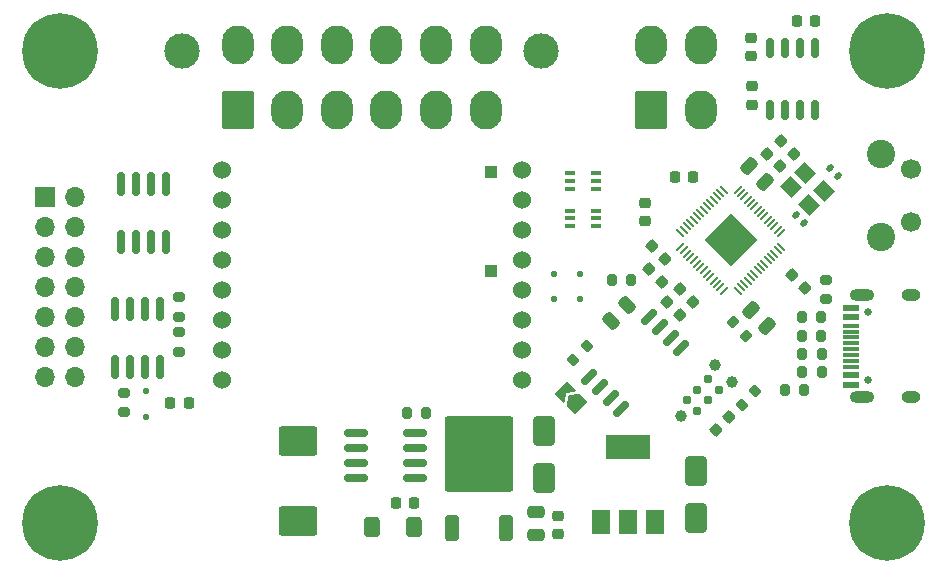
<source format=gbr>
%TF.GenerationSoftware,KiCad,Pcbnew,8.99.0-unknown-1.20240323gita6e2746.fc38*%
%TF.CreationDate,2024-04-05T19:16:21-03:00*%
%TF.ProjectId,Wideband_v3,57696465-6261-46e6-945f-76332e6b6963,rev?*%
%TF.SameCoordinates,Original*%
%TF.FileFunction,Soldermask,Top*%
%TF.FilePolarity,Negative*%
%FSLAX46Y46*%
G04 Gerber Fmt 4.6, Leading zero omitted, Abs format (unit mm)*
G04 Created by KiCad (PCBNEW 8.99.0-unknown-1.20240323gita6e2746.fc38) date 2024-04-05 19:16:21*
%MOMM*%
%LPD*%
G01*
G04 APERTURE LIST*
G04 Aperture macros list*
%AMRoundRect*
0 Rectangle with rounded corners*
0 $1 Rounding radius*
0 $2 $3 $4 $5 $6 $7 $8 $9 X,Y pos of 4 corners*
0 Add a 4 corners polygon primitive as box body*
4,1,4,$2,$3,$4,$5,$6,$7,$8,$9,$2,$3,0*
0 Add four circle primitives for the rounded corners*
1,1,$1+$1,$2,$3*
1,1,$1+$1,$4,$5*
1,1,$1+$1,$6,$7*
1,1,$1+$1,$8,$9*
0 Add four rect primitives between the rounded corners*
20,1,$1+$1,$2,$3,$4,$5,0*
20,1,$1+$1,$4,$5,$6,$7,0*
20,1,$1+$1,$6,$7,$8,$9,0*
20,1,$1+$1,$8,$9,$2,$3,0*%
%AMRotRect*
0 Rectangle, with rotation*
0 The origin of the aperture is its center*
0 $1 length*
0 $2 width*
0 $3 Rotation angle, in degrees counterclockwise*
0 Add horizontal line*
21,1,$1,$2,0,0,$3*%
%AMFreePoly0*
4,1,6,1.000000,0.000000,0.499999,-0.750000,-0.499999,-0.750000,-0.499999,0.750000,0.499999,0.750000,1.000000,0.000000,1.000000,0.000000,$1*%
%AMFreePoly1*
4,1,6,0.499999,-0.750000,-0.649999,-0.750000,-0.150000,0.000000,-0.649999,0.750000,0.499999,0.750000,0.499999,-0.750000,0.499999,-0.750000,$1*%
G04 Aperture macros list end*
%ADD10C,0.800000*%
%ADD11C,6.400000*%
%ADD12RoundRect,0.250000X-1.400000X-1.000000X1.400000X-1.000000X1.400000X1.000000X-1.400000X1.000000X0*%
%ADD13RoundRect,0.150000X-0.353553X-0.565685X0.565685X0.353553X0.353553X0.565685X-0.565685X-0.353553X0*%
%ADD14C,2.400000*%
%ADD15C,1.700000*%
%ADD16R,1.500000X2.000000*%
%ADD17R,3.800000X2.000000*%
%ADD18R,1.000000X1.000000*%
%ADD19RoundRect,0.200000X0.200000X0.275000X-0.200000X0.275000X-0.200000X-0.275000X0.200000X-0.275000X0*%
%ADD20RoundRect,0.225000X0.250000X-0.225000X0.250000X0.225000X-0.250000X0.225000X-0.250000X-0.225000X0*%
%ADD21RoundRect,0.225000X0.335876X0.017678X0.017678X0.335876X-0.335876X-0.017678X-0.017678X-0.335876X0*%
%ADD22RoundRect,0.250000X-0.512652X-0.159099X-0.159099X-0.512652X0.512652X0.159099X0.159099X0.512652X0*%
%ADD23RoundRect,0.250000X0.400000X0.600000X-0.400000X0.600000X-0.400000X-0.600000X0.400000X-0.600000X0*%
%ADD24RoundRect,0.225000X-0.335876X-0.017678X-0.017678X-0.335876X0.335876X0.017678X0.017678X0.335876X0*%
%ADD25RoundRect,0.250000X-0.650000X1.000000X-0.650000X-1.000000X0.650000X-1.000000X0.650000X1.000000X0*%
%ADD26RoundRect,0.200000X-0.200000X-0.275000X0.200000X-0.275000X0.200000X0.275000X-0.200000X0.275000X0*%
%ADD27RotRect,1.400000X1.200000X315.000000*%
%ADD28R,0.900000X0.400000*%
%ADD29RoundRect,0.250000X0.159099X-0.512652X0.512652X-0.159099X-0.159099X0.512652X-0.512652X0.159099X0*%
%ADD30RoundRect,0.225000X-0.225000X-0.250000X0.225000X-0.250000X0.225000X0.250000X-0.225000X0.250000X0*%
%ADD31RoundRect,0.125000X0.125000X0.125000X-0.125000X0.125000X-0.125000X-0.125000X0.125000X-0.125000X0*%
%ADD32R,1.700000X1.700000*%
%ADD33O,1.700000X1.700000*%
%ADD34FreePoly0,135.000000*%
%ADD35FreePoly1,135.000000*%
%ADD36C,1.524000*%
%ADD37RoundRect,0.225000X0.225000X0.250000X-0.225000X0.250000X-0.225000X-0.250000X0.225000X-0.250000X0*%
%ADD38RoundRect,0.200000X-0.053033X0.335876X-0.335876X0.053033X0.053033X-0.335876X0.335876X-0.053033X0*%
%ADD39RoundRect,0.200000X-0.335876X-0.053033X-0.053033X-0.335876X0.335876X0.053033X0.053033X0.335876X0*%
%ADD40RoundRect,0.140000X-0.219203X-0.021213X-0.021213X-0.219203X0.219203X0.021213X0.021213X0.219203X0*%
%ADD41RoundRect,0.200000X0.275000X-0.200000X0.275000X0.200000X-0.275000X0.200000X-0.275000X-0.200000X0*%
%ADD42C,0.650000*%
%ADD43R,1.450000X0.600000*%
%ADD44R,1.450000X0.300000*%
%ADD45O,2.100000X1.000000*%
%ADD46O,1.600000X1.000000*%
%ADD47RoundRect,0.140000X0.219203X0.021213X0.021213X0.219203X-0.219203X-0.021213X-0.021213X-0.219203X0*%
%ADD48RoundRect,0.200000X-0.275000X0.200000X-0.275000X-0.200000X0.275000X-0.200000X0.275000X0.200000X0*%
%ADD49RoundRect,0.225000X-0.250000X0.225000X-0.250000X-0.225000X0.250000X-0.225000X0.250000X0.225000X0*%
%ADD50RoundRect,0.150000X0.825000X0.150000X-0.825000X0.150000X-0.825000X-0.150000X0.825000X-0.150000X0*%
%ADD51C,0.990600*%
%ADD52C,0.787400*%
%ADD53RoundRect,0.150000X0.150000X-0.675000X0.150000X0.675000X-0.150000X0.675000X-0.150000X-0.675000X0*%
%ADD54RoundRect,0.050000X0.309359X-0.238649X-0.238649X0.309359X-0.309359X0.238649X0.238649X-0.309359X0*%
%ADD55RoundRect,0.050000X0.309359X0.238649X0.238649X0.309359X-0.309359X-0.238649X-0.238649X-0.309359X0*%
%ADD56RotRect,3.200000X3.200000X135.000000*%
%ADD57RoundRect,0.150000X-0.150000X0.825000X-0.150000X-0.825000X0.150000X-0.825000X0.150000X0.825000X0*%
%ADD58RoundRect,0.125000X-0.125000X-0.125000X0.125000X-0.125000X0.125000X0.125000X-0.125000X0.125000X0*%
%ADD59RoundRect,0.125000X0.125000X-0.125000X0.125000X0.125000X-0.125000X0.125000X-0.125000X-0.125000X0*%
%ADD60RoundRect,0.250000X0.350000X-0.850000X0.350000X0.850000X-0.350000X0.850000X-0.350000X-0.850000X0*%
%ADD61RoundRect,0.249997X2.650003X-2.950003X2.650003X2.950003X-2.650003X2.950003X-2.650003X-2.950003X0*%
%ADD62RoundRect,0.250000X0.512652X0.159099X0.159099X0.512652X-0.512652X-0.159099X-0.159099X-0.512652X0*%
%ADD63RoundRect,0.250000X0.475000X-0.250000X0.475000X0.250000X-0.475000X0.250000X-0.475000X-0.250000X0*%
%ADD64RoundRect,0.225000X0.017678X-0.335876X0.335876X-0.017678X-0.017678X0.335876X-0.335876X0.017678X0*%
%ADD65C,3.000000*%
%ADD66RoundRect,0.250001X-1.099999X-1.399999X1.099999X-1.399999X1.099999X1.399999X-1.099999X1.399999X0*%
%ADD67O,2.700000X3.300000*%
G04 APERTURE END LIST*
D10*
%TO.C,H3*%
X80222400Y-110125600D03*
X80925344Y-108428544D03*
X80925344Y-111822656D03*
X82622400Y-107725600D03*
D11*
X82622400Y-110125600D03*
D10*
X82622400Y-112525600D03*
X84319456Y-108428544D03*
X84319456Y-111822656D03*
X85022400Y-110125600D03*
%TD*%
D12*
%TO.C,D10*%
X102717600Y-103127600D03*
X102717600Y-109927600D03*
%TD*%
D13*
%TO.C,U2*%
X127404777Y-97699146D03*
X128302803Y-98597172D03*
X129200828Y-99495197D03*
X130098854Y-100393223D03*
X135190023Y-95302054D03*
X134291997Y-94404028D03*
X133393972Y-93506003D03*
X132495946Y-92607977D03*
%TD*%
D10*
%TO.C,H1*%
X150222400Y-70125600D03*
X150925344Y-68428544D03*
X150925344Y-71822656D03*
X152622400Y-67725600D03*
D11*
X152622400Y-70125600D03*
D10*
X152622400Y-72525600D03*
X154319456Y-68428544D03*
X154319456Y-71822656D03*
X155022400Y-70125600D03*
%TD*%
D14*
%TO.C,SW3*%
X152122401Y-78875600D03*
X152122400Y-85875600D03*
D15*
X154622400Y-80125600D03*
X154622400Y-84625601D03*
%TD*%
D16*
%TO.C,U8*%
X128408400Y-109982400D03*
X130708400Y-109982399D03*
D17*
X130708400Y-103682401D03*
D16*
X133008400Y-109982400D03*
%TD*%
D18*
%TO.C,TP4*%
X119075200Y-88747600D03*
%TD*%
D19*
%TO.C,R12*%
X147047400Y-92675600D03*
X145397400Y-92675600D03*
%TD*%
D20*
%TO.C,C1*%
X141122400Y-70574200D03*
X141122400Y-69024200D03*
%TD*%
D10*
%TO.C,H4*%
X150222400Y-110125600D03*
X150925344Y-108428544D03*
X150925344Y-111822656D03*
X152622400Y-107725600D03*
D11*
X152622400Y-110125600D03*
D10*
X152622400Y-112525600D03*
X154319456Y-108428544D03*
X154319456Y-111822656D03*
X155022400Y-110125600D03*
%TD*%
D19*
%TO.C,R10*%
X145597400Y-98825600D03*
X143947400Y-98825600D03*
%TD*%
D21*
%TO.C,C18*%
X144695408Y-78873608D03*
X143599392Y-77777592D03*
%TD*%
D22*
%TO.C,C10*%
X140950649Y-79853849D03*
X142294151Y-81197351D03*
%TD*%
D23*
%TO.C,D11*%
X112538351Y-110444273D03*
X109038351Y-110444273D03*
%TD*%
D24*
%TO.C,C19*%
X135124392Y-90277592D03*
X136220408Y-91373608D03*
%TD*%
D25*
%TO.C,D1*%
X136398000Y-105645199D03*
X136398000Y-109645201D03*
%TD*%
D26*
%TO.C,R20*%
X111951000Y-100736400D03*
X113601000Y-100736400D03*
%TD*%
D27*
%TO.C,Y1*%
X144485155Y-81612061D03*
X146040790Y-83167696D03*
X147242871Y-81965615D03*
X145687236Y-80409980D03*
%TD*%
D28*
%TO.C,U5*%
X125798400Y-80477600D03*
X125798400Y-81127600D03*
X125798400Y-81777600D03*
X127998400Y-81777600D03*
X127998400Y-81127600D03*
X127998400Y-80477600D03*
%TD*%
D29*
%TO.C,C24*%
X129225649Y-92997351D03*
X130569151Y-91653849D03*
%TD*%
D19*
%TO.C,R11*%
X147097400Y-97325600D03*
X145447400Y-97325600D03*
%TD*%
D30*
%TO.C,C23*%
X134647400Y-80825600D03*
X136197400Y-80825600D03*
%TD*%
D24*
%TO.C,C14*%
X144587592Y-89113992D03*
X145683608Y-90210008D03*
%TD*%
D31*
%TO.C,D5*%
X126626799Y-91084400D03*
X124426801Y-91084400D03*
%TD*%
D18*
%TO.C,TP5*%
X119075200Y-80365600D03*
%TD*%
D32*
%TO.C,J1*%
X81347400Y-82500600D03*
D33*
X83887400Y-82500600D03*
X81347400Y-85040600D03*
X83887400Y-85040600D03*
X81347400Y-87580600D03*
X83887400Y-87580600D03*
X81347400Y-90120600D03*
X83887400Y-90120600D03*
X81347400Y-92660600D03*
X83887400Y-92660600D03*
X81347400Y-95200600D03*
X83887400Y-95200600D03*
X81347400Y-97740600D03*
X83887400Y-97740600D03*
%TD*%
D34*
%TO.C,JP4*%
X126385052Y-100038252D03*
D35*
X125359748Y-99012948D03*
%TD*%
D20*
%TO.C,C29*%
X124764800Y-111011000D03*
X124764800Y-109461000D03*
%TD*%
D24*
%TO.C,C17*%
X132497192Y-88605992D03*
X133593208Y-89702008D03*
%TD*%
D36*
%TO.C,U3*%
X121716800Y-97967800D03*
X121716800Y-95427800D03*
X121716800Y-92887800D03*
X121716800Y-90347800D03*
X121716800Y-87807800D03*
X121716800Y-85267800D03*
X121716800Y-82727800D03*
X121716800Y-80187800D03*
X96316800Y-97967800D03*
X96316801Y-95427800D03*
X96316800Y-92887800D03*
X96316800Y-90347800D03*
X96316800Y-87807800D03*
X96316800Y-85267801D03*
X96316800Y-82727799D03*
X96316800Y-80187800D03*
%TD*%
D37*
%TO.C,C7*%
X93485000Y-99898200D03*
X91935000Y-99898200D03*
%TD*%
D24*
%TO.C,C11*%
X133999392Y-91402592D03*
X135095408Y-92498608D03*
%TD*%
D38*
%TO.C,R6*%
X127176963Y-95123837D03*
X126010237Y-96290563D03*
%TD*%
D39*
%TO.C,R5*%
X139539037Y-93042237D03*
X140705763Y-94208963D03*
%TD*%
D40*
%TO.C,C15*%
X147767989Y-80051589D03*
X148446811Y-80730411D03*
%TD*%
D37*
%TO.C,C28*%
X112585800Y-108356400D03*
X111035800Y-108356400D03*
%TD*%
D28*
%TO.C,U6*%
X125798400Y-83627200D03*
X125798400Y-84277200D03*
X125798400Y-84927200D03*
X127998400Y-84927200D03*
X127998400Y-84277200D03*
X127998400Y-83627200D03*
%TD*%
D20*
%TO.C,C13*%
X132130800Y-84544200D03*
X132130800Y-82994200D03*
%TD*%
D41*
%TO.C,R13*%
X147472400Y-91150600D03*
X147472400Y-89500600D03*
%TD*%
D42*
%TO.C,J2*%
X151022400Y-98015600D03*
X151022400Y-92235600D03*
D43*
X149577400Y-98375600D03*
X149577400Y-97575601D03*
D44*
X149577401Y-96375600D03*
X149577400Y-95375600D03*
X149577400Y-94875600D03*
X149577401Y-93875600D03*
D43*
X149577400Y-92675599D03*
X149577400Y-91875600D03*
X149577400Y-91875600D03*
X149577400Y-92675599D03*
D44*
X149577400Y-93375600D03*
X149577400Y-94375600D03*
X149577400Y-95875600D03*
X149577400Y-96875600D03*
D43*
X149577400Y-97575601D03*
X149577400Y-98375600D03*
D45*
X150492400Y-99445600D03*
D46*
X154672400Y-99445600D03*
D45*
X150492400Y-90805600D03*
D46*
X154672400Y-90805600D03*
%TD*%
D47*
%TO.C,C16*%
X145611811Y-84665011D03*
X144932989Y-83986189D03*
%TD*%
D41*
%TO.C,R8*%
X92672400Y-92600600D03*
X92672400Y-90950600D03*
%TD*%
D10*
%TO.C,H2*%
X80222400Y-70125600D03*
X80925344Y-68428544D03*
X80925344Y-71822656D03*
X82622400Y-67725600D03*
D11*
X82622400Y-70125600D03*
D10*
X82622400Y-72525600D03*
X84319456Y-68428544D03*
X84319456Y-71822656D03*
X85022400Y-70125600D03*
%TD*%
D19*
%TO.C,R4*%
X147052800Y-94208600D03*
X145402800Y-94208600D03*
%TD*%
D48*
%TO.C,R18*%
X88036400Y-99073200D03*
X88036400Y-100723200D03*
%TD*%
D49*
%TO.C,C2*%
X141147400Y-73125600D03*
X141147400Y-74675600D03*
%TD*%
D50*
%TO.C,Q6*%
X112609400Y-106248200D03*
X112609400Y-104978200D03*
X112609400Y-103708200D03*
X112609400Y-102438200D03*
X107659400Y-102438200D03*
X107659400Y-103708200D03*
X107659400Y-104978200D03*
X107659400Y-106248200D03*
%TD*%
D51*
%TO.C,J3*%
X135203362Y-101033013D03*
X138077044Y-96722490D03*
X139513885Y-98159331D03*
D52*
X136550400Y-100584000D03*
X135652375Y-99685975D03*
X137448426Y-99685975D03*
X136550400Y-98787949D03*
X138346451Y-98787949D03*
X137448426Y-97889924D03*
%TD*%
D53*
%TO.C,U4*%
X142742400Y-75100600D03*
X144012400Y-75100600D03*
X145282400Y-75100600D03*
X146552400Y-75100600D03*
X146552400Y-69850600D03*
X145282400Y-69850600D03*
X144012400Y-69850600D03*
X142742400Y-69850600D03*
%TD*%
D54*
%TO.C,U1*%
X139962002Y-90400557D03*
X140244845Y-90117714D03*
X140527687Y-89834872D03*
X140810530Y-89552029D03*
X141093373Y-89269186D03*
X141376215Y-88986344D03*
X141659058Y-88703501D03*
X141941901Y-88420658D03*
X142224744Y-88137815D03*
X142507586Y-87854973D03*
X142790429Y-87572130D03*
X143073272Y-87289287D03*
X143356114Y-87006445D03*
X143638957Y-86723602D03*
D55*
X143638957Y-85539198D03*
X143356114Y-85256355D03*
X143073272Y-84973513D03*
X142790429Y-84690670D03*
X142507586Y-84407827D03*
X142224744Y-84124985D03*
X141941901Y-83842142D03*
X141659058Y-83559299D03*
X141376215Y-83276456D03*
X141093373Y-82993614D03*
X140810530Y-82710771D03*
X140527687Y-82427928D03*
X140244845Y-82145086D03*
X139962002Y-81862243D03*
D54*
X138777598Y-81862243D03*
X138494755Y-82145086D03*
X138211913Y-82427928D03*
X137929070Y-82710771D03*
X137646227Y-82993614D03*
X137363385Y-83276456D03*
X137080542Y-83559299D03*
X136797699Y-83842142D03*
X136514856Y-84124985D03*
X136232014Y-84407827D03*
X135949171Y-84690670D03*
X135666328Y-84973513D03*
X135383486Y-85256355D03*
X135100643Y-85539198D03*
D55*
X135100643Y-86723602D03*
X135383486Y-87006445D03*
X135666328Y-87289287D03*
X135949171Y-87572130D03*
X136232014Y-87854973D03*
X136514856Y-88137815D03*
X136797699Y-88420658D03*
X137080542Y-88703501D03*
X137363385Y-88986344D03*
X137646227Y-89269186D03*
X137929070Y-89552029D03*
X138211913Y-89834872D03*
X138494755Y-90117714D03*
X138777598Y-90400557D03*
D56*
X139369800Y-86131400D03*
%TD*%
D37*
%TO.C,C12*%
X146520200Y-67614800D03*
X144970200Y-67614800D03*
%TD*%
D57*
%TO.C,U10*%
X91077400Y-91962200D03*
X89807400Y-91962200D03*
X88537400Y-91962200D03*
X87267400Y-91962200D03*
X87267400Y-96912200D03*
X88537400Y-96912200D03*
X89807400Y-96912200D03*
X91077400Y-96912200D03*
%TD*%
D41*
%TO.C,R7*%
X92672400Y-95600600D03*
X92672400Y-93950600D03*
%TD*%
D58*
%TO.C,D6*%
X124452200Y-89027000D03*
X126652200Y-89027000D03*
%TD*%
D26*
%TO.C,R3*%
X145428200Y-95808800D03*
X147078200Y-95808800D03*
%TD*%
D59*
%TO.C,D7*%
X89890600Y-101125199D03*
X89890600Y-98925201D03*
%TD*%
D25*
%TO.C,D2*%
X123529690Y-102298989D03*
X123529690Y-106298991D03*
%TD*%
D21*
%TO.C,C21*%
X133821808Y-87746208D03*
X132725792Y-86650192D03*
%TD*%
D57*
%TO.C,U9*%
X91592400Y-81345000D03*
X90322400Y-81345000D03*
X89052400Y-81345000D03*
X87782400Y-81345000D03*
X87782400Y-86295000D03*
X89052400Y-86295000D03*
X90322400Y-86295000D03*
X91592400Y-86295000D03*
%TD*%
D60*
%TO.C,U11*%
X115779200Y-110524399D03*
D61*
X118059200Y-104224398D03*
D60*
X120339200Y-110524399D03*
%TD*%
D21*
%TO.C,C22*%
X143545408Y-79898608D03*
X142449392Y-78802592D03*
%TD*%
D38*
%TO.C,R19*%
X141468976Y-98932999D03*
X140302250Y-100099725D03*
%TD*%
D62*
%TO.C,C9*%
X142444151Y-93372351D03*
X141100649Y-92028849D03*
%TD*%
D63*
%TO.C,C30*%
X122895400Y-111084399D03*
X122895400Y-109184401D03*
%TD*%
D64*
%TO.C,C20*%
X138102405Y-102223370D03*
X139198421Y-101127354D03*
%TD*%
D26*
%TO.C,R9*%
X129297400Y-89475600D03*
X130947400Y-89475600D03*
%TD*%
D65*
%TO.C,J5*%
X92922400Y-70085600D03*
X123322400Y-70085600D03*
D66*
X97622400Y-75125600D03*
D67*
X101822399Y-75125600D03*
X106022400Y-75125600D03*
X110222399Y-75125600D03*
X114422400Y-75125600D03*
X118622399Y-75125600D03*
X97622400Y-69625600D03*
X101822400Y-69625600D03*
X106022400Y-69625600D03*
X110222400Y-69625600D03*
X114422400Y-69625600D03*
X118622400Y-69625600D03*
%TD*%
D66*
%TO.C,J4*%
X132622400Y-75125600D03*
D67*
X136822399Y-75125600D03*
X132622400Y-69625600D03*
X136822400Y-69625600D03*
%TD*%
M02*

</source>
